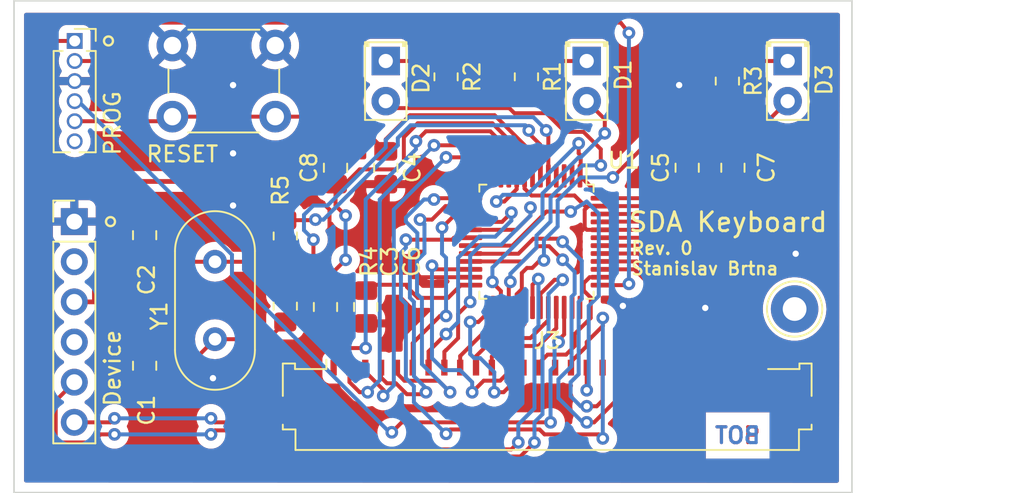
<source format=kicad_pcb>
(kicad_pcb (version 20211014) (generator pcbnew)
  (layers (0 "F.Cu" signal) (31 "B.Cu" signal) (34 "B.Paste" user) (35 "F.Paste" user) (36 "B.SilkS" user "B.Silkscreen") (37 "F.SilkS" user "F.Silkscreen") (38 "B.Mask" user) (39 "F.Mask" user) (44 "Edge.Cuts" user))
  (net 0 "")
  (net 1 "Net-(C1-Pad1)")
  (net 2 "GND")
  (net 3 "Net-(C2-Pad1)")
  (net 4 "+3.3V")
  (net 5 "RESET")
  (net 6 "Net-(D1-Pad1)")
  (net 7 "Led_01")
  (net 8 "Net-(D2-Pad1)")
  (net 9 "Led_02")
  (net 10 "Net-(D3-Pad1)")
  (net 11 "Led_03")
  (net 14 "Conn_Tx")
  (net 15 "Conn_RX")
  (net 16 "SWD_TCK")
  (net 17 "SWD_TMS")
  (net 19 "Kbd_01")
  (net 20 "Kbd_02")
  (net 21 "Kbd_03")
  (net 22 "Kbd_04")
  (net 23 "Kbd_05")
  (net 24 "Kbd_06")
  (net 25 "Kbd_07")
  (net 26 "Kbd_08")
  (net 27 "Kbd_09")
  (net 28 "Kbd_10")
  (net 29 "Kbd_11")
  (net 30 "Kbd_12")
  (net 31 "Kbd_13")
  (net 32 "Kbd_14")
  (net 33 "Kbd_15")
  (net 34 "Kbd_16")
  (net 35 "Kbd_17")
  (net 36 "Kbd_18")
  (net 37 "Kbd_19")
  (net 38 "Kbd_20")
  (net 39 "Kbd_21")
  (net 40 "Kbd_22")
  (net 41 "Kbd_23")
  (net 42 "Kbd_24")
  (net 43 "Kbd_25")
  (net 44 "Net-(R4-Pad1)")
  (net 45 "Net-(R5-Pad1)")
  (footprint "Capacitor_SMD:C_0805_2012Metric_Pad1.18x1.45mm_HandSolder" (layer "F.Cu") (at 133.985 74.0625 90)
    (fp_text reference "C8")
    (fp_text value "1u")
  )
  (footprint "Package_QFP:LQFP-48_7x7mm_P0.5mm" (layer "F.Cu") (at 146.685 78.74 -90)
    (fp_text reference "U1")
    (fp_text value "STM32F051C8Tx")
  )
  (footprint "Crystal:Crystal_HC18-U_Vertical" (layer "F.Cu") (at 126.365 84.91 90)
    (fp_text reference "Y1")
    (fp_text value "Crystal")
  )
  (footprint "LED_THT:LED_D2.0mm_W4.8mm_H2.5mm_FlatTop" (layer "F.Cu") (at 137.16 67.31 -90)
    (fp_text reference "D2")
    (fp_text value "LED")
  )
  (footprint "Connector_PinSocket_1.27mm:PinSocket_1x06_P1.27mm_Vertical" (layer "F.Cu") (at 117.5 66.04)
    (fp_text reference "PROG")
    (fp_text value "Prog")
  )
  (footprint "TestPoint:TestPoint_THTPad_D3.0mm_Drill1.5mm" (layer "F.Cu") (at 163 83)
    (fp_text reference "REF**" hide)
    (fp_text value "TestPoint_THTPad_D3.0mm_Drill1.5mm")
  )
  (footprint "Capacitor_SMD:C_0805_2012Metric_Pad1.18x1.45mm_HandSolder" (layer "F.Cu") (at 133.35 82.8725 -90)
    (fp_text reference "C3")
    (fp_text value "100n")
  )
  (footprint "Resistor_SMD:R_0805_2012Metric_Pad1.20x1.40mm_HandSolder" (layer "F.Cu") (at 140.97 68.31 -90)
    (fp_text reference "R2")
    (fp_text value "R")
  )
  (footprint "LED_THT:LED_D2.0mm_W4.8mm_H2.5mm_FlatTop" (layer "F.Cu") (at 162.56 67.31 -90)
    (fp_text reference "D3")
    (fp_text value "LED")
  )
  (footprint "Capacitor_SMD:C_0805_2012Metric_Pad1.18x1.45mm_HandSolder" (layer "F.Cu") (at 156.21 74.0625 90)
    (fp_text reference "C5")
    (fp_text value "100n")
  )
  (footprint "Button_Switch_THT:SW_PUSH_6mm_H9.5mm" (layer "F.Cu") (at 123.675 66.33)
    (fp_text reference "RESET")
    (fp_text value "RESET")
  )
  (footprint "Connector_PinHeader_2.54mm:PinHeader_1x06_P2.54mm_Vertical" (layer "F.Cu") (at 117.475 77.47)
    (fp_text reference "Device")
    (fp_text value "Device_conn")
  )
  (footprint "Capacitor_SMD:C_0805_2012Metric_Pad1.18x1.45mm_HandSolder" (layer "F.Cu") (at 137.16 74.0625 -90)
    (fp_text reference "C4")
    (fp_text value "100n")
  )
  (footprint "Connector_FFC-FPC:Molex_200528-0280_1x28-1MP_P1.00mm_Horizontal" (layer "F.Cu") (at 147.364 87.618)
    (fp_text reference "J3")
    (fp_text value "Conn_01x28")
  )
  (footprint "Capacitor_SMD:C_0805_2012Metric" (layer "F.Cu") (at 121.92 78.33 90)
    (fp_text reference "C2")
    (fp_text value "C")
  )
  (footprint "Capacitor_SMD:C_0805_2012Metric_Pad1.18x1.45mm_HandSolder" (layer "F.Cu") (at 159.1 74.0625 90)
    (fp_text reference "C7")
    (fp_text value "4.7u")
  )
  (footprint "LED_THT:LED_D2.0mm_W4.8mm_H2.5mm_FlatTop" (layer "F.Cu") (at 149.86 67.31 -90)
    (fp_text reference "D1")
    (fp_text value "LED")
  )
  (footprint "Capacitor_SMD:C_0805_2012Metric_Pad1.18x1.45mm_HandSolder" (layer "F.Cu") (at 135.89 82.8725 -90)
    (fp_text reference "C6")
    (fp_text value "10n")
  )
  (footprint "Resistor_SMD:R_0805_2012Metric_Pad1.20x1.40mm_HandSolder" (layer "F.Cu") (at 158.75 68.58 -90)
    (fp_text reference "R3")
    (fp_text value "R")
  )
  (footprint "Resistor_SMD:R_0805_2012Metric_Pad1.20x1.40mm_HandSolder" (layer "F.Cu") (at 130.81 82.82 -90)
    (fp_text reference "R4")
    (fp_text value "R")
  )
  (footprint "Resistor_SMD:R_0805_2012Metric_Pad1.20x1.40mm_HandSolder" (layer "F.Cu") (at 146.05 68.31 -90)
    (fp_text reference "R1")
    (fp_text value "R")
  )
  (footprint "Resistor_SMD:R_0805_2012Metric_Pad1.20x1.40mm_HandSolder" (layer "F.Cu") (at 130.81 78.38 -90)
    (fp_text reference "R5")
    (fp_text value "R")
  )
  (footprint "Capacitor_SMD:C_0805_2012Metric" (layer "F.Cu") (at 121.92 86.59 90)
    (fp_text reference "C1")
    (fp_text value "C")
  )
  (gr_circle (center 119.761 77.47) (end 119.888 77.724) (layer "F.SilkS") (width 0.15) (fill none))
  (gr_circle (center 119.634 66.04) (end 119.761 66.294) (layer "F.SilkS") (width 0.15) (fill none))
  (gr_line (start 166.624 63.5) (end 166.624 94.615) (layer "Edge.Cuts") (width 0.1))
  (gr_line (start 113.665 63.5) (end 166.624 63.5) (layer "Edge.Cuts") (width 0.1))
  (gr_line (start 113.665 94.615) (end 113.665 63.5) (layer "Edge.Cuts") (width 0.1))
  (gr_line (start 166.624 94.615) (end 113.665 94.615) (layer "Edge.Cuts") (width 0.1))
  (gr_text "TOP" (at 159.4 91) (layer "F.Cu") (effects (font (size 1 1) (thickness 0.2))))
  (gr_text "BOT" (at 159.4 91) (layer "B.Cu") (effects (font (size 1 1) (thickness 0.2)) (justify mirror)))
  (gr_text "Rev. 0\nStanislav Brtna" (at 152.6 79.8) (layer "F.SilkS") (effects (font (size 0.8 0.8)) (justify left)))
  (gr_text "SDA Keyboard\n" (at 158.8 77.5) (layer "F.SilkS") (effects (font (size 1.2 1.2) (thickness 0.18))))
  (segment (start 129.72 84.91) (end 130.81 83.82) (width 0.25) (layer "F.Cu") (net 1))
  (segment (start 123.735 87.54) (end 126.365 84.91) (width 0.25) (layer "F.Cu") (net 1))
  (segment (start 121.92 87.54) (end 123.735 87.54) (width 0.25) (layer "F.Cu") (net 1))
  (segment (start 126.365 84.91) (end 129.72 84.91) (width 0.25) (layer "F.Cu") (net 1))
  (segment (start 136.144 78.232) (end 134.239 78.232) (width 0.25) (layer "F.Cu") (net 2))
  (segment (start 124.841 76.454) (end 127.508 76.454) (width 0.25) (layer "F.Cu") (net 2))
  (segment (start 121.92 77.38) (end 123.915 77.38) (width 0.25) (layer "F.Cu") (net 2))
  (segment (start 138.902 80.99) (end 136.652 78.74) (width 0.25) (layer "F.Cu") (net 2))
  (segment (start 117.5 68.58) (end 121.425 68.58) (width 0.25) (layer "F.Cu") (net 2))
  (segment (start 146.373315 75.819) (end 149.089 75.819) (width 0.25) (layer "F.Cu") (net 2))
  (segment (start 136.652 78.74) (end 136.144 78.232) (width 0.25) (layer "F.Cu") (net 2))
  (segment (start 149.733 77.851) (end 149.733 76.717) (width 0.25) (layer "F.Cu") (net 2))
  (segment (start 150.8475 76.49) (end 149.96 76.49) (width 0.25) (layer "F.Cu") (net 2))
  (segment (start 149.86 76.59) (end 149.733 76.717) (width 0.25) (layer "F.Cu") (net 2))
  (segment (start 133.604 76.708) (end 133.096 76.2) (width 0.25) (layer "F.Cu") (net 2))
  (segment (start 149.089 75.819) (end 149.86 76.59) (width 0.25) (layer "F.Cu") (net 2))
  (segment (start 140.97 69.31) (end 146.05 69.31) (width 0.25) (layer "F.Cu") (net 2))
  (segment (start 142.5225 80.99) (end 138.902 80.99) (width 0.25) (layer "F.Cu") (net 2))
  (segment (start 145.935 74.5775) (end 145.935 75.380685) (width 0.25) (layer "F.Cu") (net 2))
  (segment (start 145.935 75.380685) (end 146.373315 75.819) (width 0.25) (layer "F.Cu") (net 2))
  (segment (start 150.8475 77.99) (end 149.872 77.99) (width 0.25) (layer "F.Cu") (net 2))
  (segment (start 149.96 76.49) (end 149.86 76.59) (width 0.25) (layer "F.Cu") (net 2))
  (segment (start 123.915 77.38) (end 124.333 76.962) (width 0.25) (layer "F.Cu") (net 2))
  (segment (start 121.425 68.58) (end 123.675 66.33) (width 0.25) (layer "F.Cu") (net 2))
  (segment (start 133.604 77.807305) (end 133.604 76.708) (width 0.25) (layer "F.Cu") (net 2))
  (segment (start 149.872 77.99) (end 149.733 77.851) (width 0.25) (layer "F.Cu") (net 2))
  (segment (start 134.239 78.232) (end 134.028695 78.232) (width 0.25) (layer "F.Cu") (net 2))
  (segment (start 134.028695 78.232) (end 133.604 77.807305) (width 0.25) (layer "F.Cu") (net 2))
  (segment (start 150.8475 77.99) (end 154.444 77.99) (width 0.25) (layer "F.Cu") (net 2))
  (segment (start 158.151 76.49) (end 158.242 76.581) (width 0.25) (layer "F.Cu") (net 2))
  (segment (start 154.444 77.99) (end 155.194 78.74) (width 0.25) (layer "F.Cu") (net 2))
  (segment (start 150.8475 76.49) (end 158.151 76.49) (width 0.25) (layer "F.Cu") (net 2))
  (segment (start 124.333 76.962) (end 124.841 76.454) (width 0.25) (layer "F.Cu") (net 2))
  (via (at 152.146 82.804) (size 0.8) (drill 0.4) (layers "F.Cu" "B.Cu") (net 2))
  (via (at 127.508 68.834) (size 0.8) (drill 0.4) (layers "F.Cu" "B.Cu") (net 2))
  (via (at 157.353 82.931) (size 0.8) (drill 0.4) (layers "F.Cu" "B.Cu") (net 2))
  (via (at 126.238 87.376) (size 0.8) (drill 0.4) (layers "F.Cu" "B.Cu") (net 2))
  (via (at 127.508 76.454) (size 0.8) (drill 0.4) (layers "F.Cu" "B.Cu") (net 2))
  (via (at 127.508 73.152) (size 0.8) (drill 0.4) (layers "F.Cu" "B.Cu") (net 2))
  (via (at 155.702 68.834) (size 0.8) (drill 0.4) (layers "F.Cu" "B.Cu") (net 2))
  (via (at 163.068 79.502) (size 0.8) (drill 0.4) (layers "F.Cu" "B.Cu") (net 2))
  (segment (start 127.508 73.152) (end 127.508 76.454) (width 0.25) (layer "B.Cu") (net 2))
  (segment (start 121.92 79.28) (end 122.65 80.01) (width 0.25) (layer "F.Cu") (net 3))
  (segment (start 126.365 80.01) (end 130.18 80.01) (width 0.25) (layer "F.Cu") (net 3))
  (segment (start 130.18 80.01) (end 130.81 79.38) (width 0.25) (layer "F.Cu") (net 3))
  (segment (start 122.65 80.01) (end 126.365 80.01) (width 0.25) (layer "F.Cu") (net 3))
  (segment (start 138.499 81.603) (end 138.499 81.465) (width 0.25) (layer "F.Cu") (net 4))
  (segment (start 141.097 82.296) (end 139.192 82.296) (width 0.25) (layer "F.Cu") (net 4))
  (segment (start 121.285 74.93) (end 133.815 74.93) (width 0.3) (layer "F.Cu") (net 4))
  (segment (start 139.192 82.296) (end 138.499 81.603) (width 0.25) (layer "F.Cu") (net 4))
  (segment (start 136.26 81.465) (end 135.89 81.835) (width 0.25) (layer "F.Cu") (net 4))
  (segment (start 115.443 74.168) (end 116.332 75.057) (width 0.25) (layer "F.Cu") (net 4))
  (segment (start 118.745 82.55) (end 117.475 82.55) (width 0.3) (layer "F.Cu") (net 4))
  (segment (start 142.5225 81.49) (end 141.903 81.49) (width 0.25) (layer "F.Cu") (net 4))
  (segment (start 149.435 74.5775) (end 150.8475 75.99) (width 0.25) (layer "F.Cu") (net 4))
  (segment (start 144.653 76.2) (end 145.435 75.418) (width 0.25) (layer "F.Cu") (net 4))
  (segment (start 117.5 66.04) (end 116.205 66.04) (width 0.25) (layer "F.Cu") (net 4))
  (segment (start 137.795 74.168) (end 138.303 73.66) (width 0.25) (layer "F.Cu") (net 4))
  (segment (start 120.015 79.685) (end 118.745 80.955) (width 0.3) (layer "F.Cu") (net 4))
  (segment (start 118.745 80.955) (end 118.745 82.55) (width 0.3) (layer "F.Cu") (net 4))
  (segment (start 145.435 72.788208) (end 145.435 74.5775) (width 0.25) (layer "F.Cu") (net 4))
  (segment (start 133.35 81.153) (end 134.62 79.883) (width 0.25) (layer "F.Cu") (net 4))
  (segment (start 138.303 72.126695) (end 139.182695 71.247) (width 0.25) (layer "F.Cu") (net 4))
  (segment (start 156.21 75.1) (end 159.385 75.1) (width 0.25) (layer "F.Cu") (net 4))
  (segment (start 116.332 75.057) (end 121.158 75.057) (width 0.25) (layer "F.Cu") (net 4))
  (segment (start 134.577 75.1) (end 135.509 74.168) (width 0.25) (layer "F.Cu") (net 4))
  (segment (start 149.352 72.517) (end 149.352 73.152) (width 0.25) (layer "F.Cu") (net 4))
  (segment (start 144.145 76.2) (end 144.653 76.2) (width 0.25) (layer "F.Cu") (net 4))
  (segment (start 145.435 75.418) (end 145.435 74.5775) (width 0.25) (layer "F.Cu") (net 4))
  (segment (start 141.903 81.49) (end 141.097 82.296) (width 0.25) (layer "F.Cu") (net 4))
  (segment (start 138.303 73.66) (end 138.303 72.126695) (width 0.25) (layer "F.Cu") (net 4))
  (segment (start 139.182695 71.247) (end 143.893792 71.247) (width 0.25) (layer "F.Cu") (net 4))
  (segment (start 155.32 75.99) (end 156.21 75.1) (width 0.25) (layer "F.Cu") (net 4))
  (segment (start 133.35 81.835) (end 133.35 81.153) (width 0.25) (layer "F.Cu") (net 4))
  (segment (start 133.985 75.1) (end 133.985 76.454) (width 0.25) (layer "F.Cu") (net 4))
  (segment (start 120.015 76.2) (end 120.015 79.685) (width 0.3) (layer "F.Cu") (net 4))
  (segment (start 135.509 74.168) (end 137.795 74.168) (width 0.25) (layer "F.Cu") (net 4))
  (segment (start 115.443 66.802) (end 115.443 74.168) (width 0.25) (layer "F.Cu") (net 4))
  (segment (start 150.8475 75.99) (end 155.32 75.99) (width 0.25) (layer "F.Cu") (net 4))
  (segment (start 133.815 74.93) (end 133.985 75.1) (width 0.25) (layer "F.Cu") (net 4))
  (segment (start 149.479 74.5335) (end 149.435 74.5775) (width 0.25) (layer "F.Cu") (net 4))
  (segment (start 133.35 81.835) (end 135.89 81.835) (width 0.25) (layer "F.Cu") (net 4))
  (segment (start 149.352 73.152) (end 149.479 73.279) (width 0.25) (layer "F.Cu") (net 4))
  (segment (start 121.158 75.057) (end 121.285 74.93) (width 0.3) (layer "F.Cu") (net 4))
  (segment (start 133.985 75.1) (end 134.577 75.1) (width 0.25) (layer "F.Cu") (net 4))
  (segment (start 143.893792 71.247) (end 145.435 72.788208) (width 0.25) (layer "F.Cu") (net 4))
  (segment (start 133.985 76.454) (end 134.62 77.089) (width 0.25) (layer "F.Cu") (net 4))
  (segment (start 116.205 66.04) (end 115.443 66.802) (width 0.25) (layer "F.Cu") (net 4))
  (segment (start 138.499 81.465) (end 136.26 81.465) (width 0.25) (layer "F.Cu") (net 4))
  (segment (start 121.158 75.057) (end 120.015 76.2) (width 0.3) (layer "F.Cu") (net 4))
  (segment (start 149.479 73.279) (end 149.479 74.5335) (width 0.25) (layer "F.Cu") (net 4))
  (via (at 144.145 76.2) (size 0.8) (drill 0.4) (layers "F.Cu" "B.Cu") (net 4))
  (via (at 134.62 79.883) (size 0.8) (drill 0.4) (layers "F.Cu" "B.Cu") (net 4))
  (via (at 134.62 77.089) (size 0.8) (drill 0.4) (layers "F.Cu" "B.Cu") (net 4))
  (via (at 149.352 72.517) (size 0.8) (drill 0.4) (layers "F.Cu" "B.Cu") (net 4))
  (segment (start 144.145 76.2) (end 144.5725 75.7725) (width 0.25) (layer "B.Cu") (net 4))
  (segment (start 146.0965 75.7725) (end 149.352 72.517) (width 0.25) (layer "B.Cu") (net 4))
  (segment (start 134.62 77.089) (end 134.62 79.883) (width 0.25) (layer "B.Cu") (net 4))
  (segment (start 144.5725 75.7725) (end 146.0965 75.7725) (width 0.25) (layer "B.Cu") (net 4))
  (segment (start 137.16 72.263) (end 138.684 70.739) (width 0.25) (layer "F.Cu") (net 5))
  (segment (start 134.965 70.83) (end 130.175 70.83) (width 0.25) (layer "F.Cu") (net 5))
  (segment (start 123.675 70.83) (end 130.175 70.83) (width 0.25) (layer "F.Cu") (net 5))
  (segment (start 117.5 71.12) (end 123.385 71.12) (width 0.25) (layer "F.Cu") (net 5))
  (segment (start 137.16 73.025) (end 134.965 70.83) (width 0.25) (layer "F.Cu") (net 5))
  (segment (start 144.039 70.739) (end 146.435 73.135) (width 0.25) (layer "F.Cu") (net 5))
  (segment (start 146.435 73.135) (end 146.435 74.5775) (width 0.25) (layer "F.Cu") (net 5))
  (segment (start 138.684 70.739) (end 144.039 70.739) (width 0.25) (layer "F.Cu") (net 5))
  (segment (start 137.16 73.025) (end 137.16 72.263) (width 0.25) (layer "F.Cu") (net 5))
  (segment (start 123.385 71.12) (end 123.675 70.83) (width 0.25) (layer "F.Cu") (net 5))
  (segment (start 146.05 67.31) (end 149.86 67.31) (width 0.25) (layer "F.Cu") (net 6))
  (segment (start 151.003 71.882) (end 151.003 70.993) (width 0.25) (layer "F.Cu") (net 7))
  (segment (start 151.003 70.993) (end 149.86 69.85) (width 0.25) (layer "F.Cu") (net 7))
  (segment (start 144.435 81.86) (end 143.764 81.189) (width 0.25) (layer "F.Cu") (net 7))
  (segment (start 144.435 82.9025) (end 144.435 81.86) (width 0.25) (layer "F.Cu") (net 7))
  (via (at 143.9 81.28) (size 0.8) (drill 0.4) (layers "F.Cu" "B.Cu") (net 7))
  (via (at 151.003 71.882) (size 0.8) (drill 0.4) (layers "F.Cu" "B.Cu") (net 7))
  (segment (start 150.368 72.517) (end 151.003 71.882) (width 0.25) (layer "B.Cu") (net 7))
  (segment (start 143.9 80.382) (end 147.066 77.216) (width 0.25) (layer "B.Cu") (net 7))
  (segment (start 149.488305 73.406) (end 150.368 72.526305) (width 0.25) (layer "B.Cu") (net 7))
  (segment (start 143.9 80.382) (end 143.9 81.28) (width 0.25) (layer "B.Cu") (net 7))
  (segment (start 150.368 72.526305) (end 150.368 72.517) (width 0.25) (layer "B.Cu") (net 7))
  (segment (start 147.066 75.692) (end 149.352 73.406) (width 0.25) (layer "B.Cu") (net 7))
  (segment (start 149.352 73.406) (end 149.488305 73.406) (width 0.25) (layer "B.Cu") (net 7))
  (segment (start 147.066 77.216) (end 147.066 75.692) (width 0.25) (layer "B.Cu") (net 7))
  (segment (start 137.16 67.31) (end 140.97 67.31) (width 0.25) (layer "F.Cu") (net 8))
  (segment (start 147.38893 70.68893) (end 148.492 71.792) (width 0.25) (layer "F.Cu") (net 9))
  (segment (start 144.935 82.9025) (end 144.935 81.379) (width 0.25) (layer "F.Cu") (net 9))
  (segment (start 137.16 69.85) (end 137.598846 70.288846) (width 0.25) (layer "F.Cu") (net 9))
  (segment (start 137.598846 70.288846) (end 144.906917 70.288846) (width 0.25) (layer "F.Cu") (net 9))
  (segment (start 145.288928 70.61107) (end 147.38893 70.61107) (width 0.25) (layer "F.Cu") (net 9))
  (segment (start 144.935 81.379) (end 145.034 81.28) (width 0.25) (layer "F.Cu") (net 9))
  (segment (start 149.652306 71.792) (end 150.749 72.888695) (width 0.25) (layer "F.Cu") (net 9))
  (segment (start 144.906917 70.288846) (end 144.965852 70.288775) (width 0.25) (layer "F.Cu") (net 9))
  (segment (start 147.38893 70.61107) (end 147.38893 70.68893) (width 0.25) (layer "F.Cu") (net 9))
  (segment (start 148.492 71.792) (end 149.652306 71.792) (width 0.25) (layer "F.Cu") (net 9))
  (segment (start 150.749 72.888695) (end 150.749 73.914) (width 0.25) (layer "F.Cu") (net 9))
  (segment (start 144.965852 70.288775) (end 145.288928 70.61107) (width 0.25) (layer "F.Cu") (net 9))
  (via (at 145.034 81.28) (size 0.8) (drill 0.4) (layers "F.Cu" "B.Cu") (net 9))
  (via (at 150.749 73.914) (size 0.8) (drill 0.4) (layers "F.Cu" "B.Cu") (net 9))
  (segment (start 147.574 77.47) (end 146.685 78.359) (width 0.25) (layer "B.Cu") (net 9))
  (segment (start 150.749 73.914) (end 149.606 73.914) (width 0.25) (layer "B.Cu") (net 9))
  (segment (start 147.574 75.946) (end 147.574 77.47) (width 0.25) (layer "B.Cu") (net 9))
  (segment (start 149.606 73.914) (end 147.574 75.946) (width 0.25) (layer "B.Cu") (net 9))
  (segment (start 146.685 78.359) (end 146.685 79.121) (width 0.25) (layer "B.Cu") (net 9))
  (segment (start 145.034 80.772) (end 145.034 81.28) (width 0.25) (layer "B.Cu") (net 9))
  (segment (start 146.685 79.121) (end 145.034 80.772) (width 0.25) (layer "B.Cu") (net 9))
  (segment (start 158.75 67.58) (end 159.02 67.31) (width 0.25) (layer "F.Cu") (net 10))
  (segment (start 159.02 67.31) (end 162.56 67.31) (width 0.25) (layer "F.Cu") (net 10))
  (segment (start 145.759 81.741) (end 145.435 82.065) (width 0.25) (layer "F.Cu") (net 11))
  (segment (start 151.511 74.676) (end 154.559 71.628) (width 0.25) (layer "F.Cu") (net 11))
  (segment (start 146.902 79.92) (end 146.420709 80.401291) (width 0.25) (layer "F.Cu") (net 11))
  (segment (start 154.559 71.628) (end 160.782 71.628) (width 0.25) (layer "F.Cu") (net 11))
  (segment (start 147.156 79.92) (end 146.902 79.92) (width 0.25) (layer "F.Cu") (net 11))
  (segment (start 145.759 80.722) (end 145.759 81.741) (width 0.25) (layer "F.Cu") (net 11))
  (segment (start 146.079709 80.401291) (end 145.759 80.722) (width 0.25) (layer "F.Cu") (net 11))
  (segment (start 146.420709 80.401291) (end 146.079709 80.401291) (width 0.25) (layer "F.Cu") (net 11))
  (segment (start 145.435 82.065) (end 145.435 82.9025) (width 0.25) (layer "F.Cu") (net 11))
  (segment (start 160.782 71.628) (end 162.56 69.85) (width 0.25) (layer "F.Cu") (net 11))
  (via (at 147.156 79.92) (size 0.8) (drill 0.4) (layers "F.Cu" "B.Cu") (net 11))
  (via (at 151.511 74.676) (size 0.8) (drill 0.4) (layers "F.Cu" "B.Cu") (net 11))
  (segment (start 148.024 76.132396) (end 149.480396 74.676) (width 0.25) (layer "B.Cu") (net 11))
  (segment (start 147.156 79.92) (end 147.156 78.65) (width 0.25) (layer "B.Cu") (net 11))
  (segment (start 149.480396 74.676) (end 151.511 74.676) (width 0.25) (layer "B.Cu") (net 11))
  (segment (start 148.024 77.782) (end 148.024 76.132396) (width 0.25) (layer "B.Cu") (net 11))
  (segment (start 147.156 78.65) (end 148.024 77.782) (width 0.25) (layer "B.Cu") (net 11))
  (segment (start 128.651 90.678) (end 126.365 90.678) (width 0.25) (layer "F.Cu") (net 14))
  (segment (start 126.365 90.678) (end 126.111 90.932) (width 0.25) (layer "F.Cu") (net 14))
  (segment (start 148.336 81.153) (end 147.828 81.153) (width 0.25) (layer "F.Cu") (net 14))
  (segment (start 145.669 92.329) (end 146.558 91.44) (width 0.25) (layer "F.Cu") (net 14))
  (segment (start 116.3 88.805) (end 116.3 91.408) (width 0.25) (layer "F.Cu") (net 14))
  (segment (start 120.015 90.932) (end 119.126 90.932) (width 0.25) (layer "F.Cu") (net 14))
  (segment (start 128.651 90.678) (end 130.302 92.329) (width 0.25) (layer "F.Cu") (net 14))
  (segment (start 116.3 91.408) (end 116.332 91.44) (width 0.25) (layer "F.Cu") (net 14))
  (segment (start 130.302 92.329) (end 145.669 92.329) (width 0.25) (layer "F.Cu") (net 14))
  (segment (start 116.332 91.44) (end 118.618 91.44) (width 0.25) (layer "F.Cu") (net 14))
  (segment (start 147.828 81.153) (end 146.935 82.046) (width 0.25) (layer "F.Cu") (net 14))
  (segment (start 117.475 87.63) (end 116.3 88.805) (width 0.25) (layer "F.Cu") (net 14))
  (segment (start 118.618 91.44) (end 119.126 90.932) (width 0.25) (layer "F.Cu") (net 14))
  (segment (start 146.935 82.046) (end 146.935 82.9025) (width 0.25) (layer "F.Cu") (net 14))
  (via (at 120.015 90.932) (size 0.8) (drill 0.4) (layers "F.Cu" "B.Cu") (net 14))
  (via (at 148.336 81.153) (size 0.8) (drill 0.4) (layers "F.Cu" "B.Cu") (net 14))
  (via (at 146.558 91.44) (size 0.8) (drill 0.4) (layers "F.Cu" "B.Cu") (net 14))
  (via (at 126.111 90.932) (size 0.8) (drill 0.4) (layers "F.Cu" "B.Cu") (net 14))
  (segment (start 147.066 84.953695) (end 147.066 89.652695) (width 0.25) (layer "B.Cu") (net 14))
  (segment (start 147.447 84.572695) (end 147.447 82.042) (width 0.25) (layer "B.Cu") (net 14))
  (segment (start 147.447 82.042) (end 148.336 81.153) (width 0.25) (layer "B.Cu") (net 14))
  (segment (start 146.558 90.160695) (end 146.558 91.44) (width 0.25) (layer "B.Cu") (net 14))
  (segment (start 147.447 84.572695) (end 147.066 84.953695) (width 0.25) (layer "B.Cu") (net 14))
  (segment (start 126.111 90.932) (end 120.015 90.932) (width 0.25) (layer "B.Cu") (net 14))
  (segment (start 147.066 89.652695) (end 146.558 90.160695) (width 0.25) (layer "B.Cu") (net 14))
  (segment (start 119.761 90.17) (end 120.015 89.916) (width 0.25) (layer "F.Cu") (net 15))
  (segment (start 130.614 91.879) (end 145.094402 91.879) (width 0.25) (layer "F.Cu") (net 15))
  (segment (start 117.475 90.17) (end 119.761 90.17) (width 0.25) (layer "F.Cu") (net 15))
  (segment (start 128.905 90.17) (end 130.614 91.879) (width 0.25) (layer "F.Cu") (net 15))
  (segment (start 126.365 90.17) (end 128.905 90.17) (width 0.25) (layer "F.Cu") (net 15))
  (segment (start 145.094402 91.879) (end 145.537701 91.435701) (width 0.25) (layer "F.Cu") (net 15))
  (segment (start 146.435 82.9025) (end 146.435 81.465) (width 0.25) (layer "F.Cu") (net 15))
  (segment (start 146.435 81.465) (end 146.8 81.1) (width 0.25) (layer "F.Cu") (net 15))
  (segment (start 126.365 90.17) (end 126.111 89.916) (width 0.25) (layer "F.Cu") (net 15))
  (via (at 146.8 81.1) (size 0.8) (drill 0.4) (layers "F.Cu" "B.Cu") (net 15))
  (via (at 120.015 89.916) (size 0.8) (drill 0.4) (layers "F.Cu" "B.Cu") (net 15))
  (via (at 145.537701 91.435701) (size 0.8) (drill 0.4) (layers "F.Cu" "B.Cu") (net 15))
  (via (at 126.111 89.916) (size 0.8) (drill 0.4) (layers "F.Cu" "B.Cu") (net 15))
  (segment (start 146.558 84.328) (end 146.812 84.074) (width 0.25) (layer "B.Cu") (net 15))
  (segment (start 146.812 81.112) (end 146.8 81.1) (width 0.25) (layer "B.Cu") (net 15))
  (segment (start 120.015 89.916) (end 126.111 89.916) (width 0.25) (layer "B.Cu") (net 15))
  (segment (start 145.537701 90.301299) (end 146.558 89.281) (width 0.25) (layer "B.Cu") (net 15))
  (segment (start 146.812 84.074) (end 146.812 81.112) (width 0.25) (layer "B.Cu") (net 15))
  (segment (start 146.558 89.281) (end 146.558 84.328) (width 0.25) (layer "B.Cu") (net 15))
  (segment (start 145.537701 91.435701) (end 145.537701 90.301299) (width 0.25) (layer "B.Cu") (net 15))
  (segment (start 150.8475 81.49) (end 152.444 81.49) (width 0.25) (layer "F.Cu") (net 16))
  (segment (start 152.527 65.532) (end 152.004053 64.882053) (width 0.25) (layer "F.Cu") (net 16))
  (segment (start 120.396 67.31) (end 117.5 67.31) (width 0.25) (layer "F.Cu") (net 16))
  (segment (start 152.004053 64.882053) (end 122.823947 64.882053) (width 0.25) (layer "F.Cu") (net 16))
  (segment (start 122.823947 64.882053) (end 120.396 67.31) (width 0.25) (layer "F.Cu") (net 16))
  (segment (start 152.444 81.49) (end 152.527 81.407) (width 0.25) (layer "F.Cu") (net 16))
  (via (at 152.527 81.407) (size 0.8) (drill 0.4) (layers "F.Cu" "B.Cu") (net 16))
  (via (at 152.527 65.532) (size 0.8) (drill 0.4) (layers "F.Cu" "B.Cu") (net 16))
  (segment (start 152.527 81.407) (end 152.527 65.532) (width 0.25) (layer "B.Cu") (net 16))
  (segment (start 148.435 82.9025) (end 148.435 84.61) (width 0.25) (layer "F.Cu") (net 17))
  (segment (start 138.171 90.17) (end 137.541 90.8) (width 0.25) (layer "F.Cu") (net 17))
  (segment (start 148.435 84.61) (end 147.828 85.217) (width 0.25) (layer "F.Cu") (net 17))
  (segment (start 147.574 90.17) (end 138.171 90.17) (width 0.25) (layer "F.Cu") (net 17))
  (via (at 137.541 90.8) (size 0.8) (drill 0.4) (layers "F.Cu" "B.Cu") (net 17))
  (via (at 147.574 90.17) (size 0.8) (drill 0.4) (layers "F.Cu" "B.Cu") (net 17))
  (via (at 148.082 85.09) (size 0.8) (drill 0.4) (layers "F.Cu" "B.Cu") (net 17))
  (segment (start 127.44 79.56472) (end 127.44 80.840305) (width 0.25) (layer "B.Cu") (net 17))
  (segment (start 117.5 69.85) (end 117.72528 69.85) (width 0.25) (layer "B.Cu") (net 17))
  (segment (start 147.574 86.877305) (end 147.574 90.17) (width 0.25) (layer "B.Cu") (net 17))
  (segment (start 147.828 85.217) (end 147.828 86.623305) (width 0.25) (layer "B.Cu") (net 17))
  (segment (start 117.72528 69.85) (end 127.44 79.56472) (width 0.25) (layer "B.Cu") (net 17))
  (segment (start 137.399694 90.8) (end 137.541 90.8) (width 0.25) (layer "B.Cu") (net 17))
  (segment (start 127.44 80.840305) (end 137.399694 90.8) (width 0.25) (layer "B.Cu") (net 17))
  (segment (start 147.828 86.623305) (end 147.574 86.877305) (width 0.25) (layer "B.Cu") (net 17))
  (segment (start 144.935 72.924604) (end 144.935 74.5775) (width 0.25) (layer "F.Cu") (net 19))
  (segment (start 133.864 86.708) (end 133.864 86.354) (width 0.25) (layer "F.Cu") (net 19))
  (segment (start 139.7 71.755) (end 143.765396 71.755) (width 0.25) (layer "F.Cu") (net 19))
  (segment (start 143.765396 71.755) (end 144.935 72.924604) (width 0.25) (layer "F.Cu") (net 19))
  (segment (start 133.864 86.354) (end 134.747 85.471) (width 0.25) (layer "F.Cu") (net 19))
  (segment (start 139.065 72.39) (end 139.7 71.755) (width 0.25) (layer "F.Cu") (net 19))
  (segment (start 134.747 85.471) (end 135.89 85.471) (width 0.25) (layer "F.Cu") (net 19))
  (via (at 135.89 85.471) (size 0.8) (drill 0.4) (layers "F.Cu" "B.Cu") (net 19))
  (via (at 139.065 72.39) (size 0.8) (drill 0.4) (layers "F.Cu" "B.Cu") (net 19))
  (segment (start 135.89 76.073) (end 139.065 72.898) (width 0.25) (layer "B.Cu") (net 19))
  (segment (start 139.065 72.898) (end 139.065 72.39) (width 0.25) (layer "B.Cu") (net 19))
  (segment (start 135.89 85.471) (end 135.89 76.073) (width 0.25) (layer "B.Cu") (net 19))
  (segment (start 144.435 74.5775) (end 144.435 73.061) (width 0.25) (layer "F.Cu") (net 20))
  (segment (start 135.509 88.265) (end 134.864 87.62) (width 0.25) (layer "F.Cu") (net 20))
  (segment (start 144.435 73.061) (end 144.018 72.644) (width 0.25) (layer "F.Cu") (net 20))
  (segment (start 136.017 88.265) (end 135.509 88.265) (width 0.25) (layer "F.Cu") (net 20))
  (segment (start 134.864 87.62) (end 134.864 86.708) (width 0.25) (layer "F.Cu") (net 20))
  (segment (start 144.018 72.644) (end 140.208 72.644) (width 0.25) (layer "F.Cu") (net 20))
  (via (at 140.208 72.644) (size 0.8) (drill 0.4) (layers "F.Cu" "B.Cu") (net 20))
  (via (at 136.017 88.265) (size 0.8) (drill 0.4) (layers "F.Cu" "B.Cu") (net 20))
  (segment (start 136.017 88.265) (end 136.779 87.503) (width 0.25) (layer "B.Cu") (net 20))
  (segment (start 136.779 87.503) (end 136.779 76.073) (width 0.25) (layer "B.Cu") (net 20))
  (segment (start 136.779 76.073) (end 140.208 72.644) (width 0.25) (layer "B.Cu") (net 20))
  (segment (start 137 88.5) (end 137 88.171) (width 0.25) (layer "F.Cu") (net 21))
  (segment (start 143.51 73.406) (end 140.97 73.406) (width 0.25) (layer "F.Cu") (net 21))
  (segment (start 137.033 88.138) (end 135.864 86.969) (width 0.25) (layer "F.Cu") (net 21))
  (segment (start 135.864 86.969) (end 135.864 86.708) (width 0.25) (layer "F.Cu") (net 21))
  (segment (start 137 88.171) (end 137.033 88.138) (width 0.25) (layer "F.Cu") (net 21))
  (segment (start 143.935 73.831) (end 143.51 73.406) (width 0.25) (layer "F.Cu") (net 21))
  (segment (start 143.935 74.5775) (end 143.935 73.831) (width 0.25) (layer "F.Cu") (net 21))
  (via (at 140.97 73.406) (size 0.8) (drill 0.4) (layers "F.Cu" "B.Cu") (net 21))
  (via (at 137 88.5) (size 0.8) (drill 0.4) (layers "F.Cu" "B.Cu") (net 21))
  (segment (start 140.97 73.406) (end 137.668 76.708) (width 0.25) (layer "B.Cu") (net 21))
  (segment (start 137.668 76.708) (end 137.668 87.832) (width 0.25) (layer "B.Cu") (net 21))
  (segment (start 137.668 87.832) (end 137 88.5) (width 0.25) (layer "B.Cu") (net 21))
  (segment (start 140.208 76.073) (end 140.291 75.99) (width 0.25) (layer "F.Cu") (net 22))
  (segment (start 140.291 75.99) (end 142.5225 75.99) (width 0.25) (layer "F.Cu") (net 22))
  (segment (start 138.492 88.392) (end 139.573 88.392) (width 0.25) (layer "F.Cu") (net 22))
  (segment (start 139.573 88.392) (end 139.7 88.265) (width 0.25) (layer "F.Cu") (net 22))
  (segment (start 136.864 86.708) (end 136.864 87.332604) (width 0.25) (layer "F.Cu") (net 22))
  (segment (start 136.864 87.332604) (end 137.231396 87.7) (width 0.25) (layer "F.Cu") (net 22))
  (segment (start 137.231396 87.7) (end 137.8 87.7) (width 0.25) (layer "F.Cu") (net 22))
  (segment (start 137.8 87.7) (end 138.492 88.392) (width 0.25) (layer "F.Cu") (net 22))
  (via (at 139.7 88.265) (size 0.8) (drill 0.4) (layers "F.Cu" "B.Cu") (net 22))
  (via (at 140.208 76.073) (size 0.8) (drill 0.4) (layers "F.Cu" "B.Cu") (net 22))
  (segment (start 138.938698 87.248302) (end 139.7 88.009604) (width 0.25) (layer "B.Cu") (net 22))
  (segment (start 138.684 79.629) (end 138.684 82.294604) (width 0.25) (layer "B.Cu") (net 22))
  (segment (start 138.938698 82.549302) (end 138.938698 87.248302) (width 0.25) (layer "B.Cu") (net 22))
  (segment (start 139.573 76.073) (end 138.43 77.216) (width 0.25) (layer "B.Cu") (net 22))
  (segment (start 138.43 77.47) (end 139.155 78.195) (width 0.25) (layer "B.Cu") (net 22))
  (segment (start 138.684 82.294604) (end 138.938698 82.549302) (width 0.25) (layer "B.Cu") (net 22))
  (segment (start 139.155 79.158) (end 138.684 79.629) (width 0.25) (layer "B.Cu") (net 22))
  (segment (start 139.155 78.195) (end 139.155 79.158) (width 0.25) (layer "B.Cu") (net 22))
  (segment (start 140.208 76.073) (end 139.573 76.073) (width 0.25) (layer "B.Cu") (net 22))
  (segment (start 139.7 88.009604) (end 139.7 88.265) (width 0.25) (layer "B.Cu") (net 22))
  (segment (start 138.43 77.216) (end 138.43 77.47) (width 0.25) (layer "B.Cu") (net 22))
  (segment (start 142.5225 76.49) (end 140.934 76.49) (width 0.25) (layer "F.Cu") (net 23))
  (segment (start 141.224 88.265) (end 140.499 87.54) (width 0.25) (layer "F.Cu") (net 23))
  (segment (start 138.34 87.54) (end 137.864 87.064) (width 0.25) (layer "F.Cu") (net 23))
  (segment (start 137.864 87.064) (end 137.864 86.708) (width 0.25) (layer "F.Cu") (net 23))
  (segment (start 140.081 77.343) (end 140.934 76.49) (width 0.25) (layer "F.Cu") (net 23))
  (segment (start 140.081 77.343) (end 139.327598 77.343) (width 0.25) (layer "F.Cu") (net 23))
  (segment (start 140.499 87.54) (end 138.34 87.54) (width 0.25) (layer "F.Cu") (net 23))
  (via (at 139.327598 77.343) (size 0.8) (drill 0.4) (layers "F.Cu" "B.Cu") (net 23))
  (via (at 141.224 88.265) (size 0.8) (drill 0.4) (layers "F.Cu" "B.Cu") (net 23))
  (segment (start 139.446 82.296) (end 139.446 86.487) (width 0.25) (layer "B.Cu") (net 23))
  (segment (start 139.134 79.941) (end 139.134 82.042) (width 0.25) (layer "B.Cu") (net 23))
  (segment (start 139.388 82.296) (end 139.446 82.296) (width 0.25) (layer "B.Cu") (net 23))
  (segment (start 139.327598 77.343) (end 139.605 77.620402) (width 0.25) (layer "B.Cu") (net 23))
  (segment (start 139.134 82.042) (end 139.388 82.296) (width 0.25) (layer "B.Cu") (net 23))
  (segment (start 139.446 86.487) (end 141.224 88.265) (width 0.25) (layer "B.Cu") (net 23))
  (segment (start 139.605 79.47) (end 139.134 79.941) (width 0.25) (layer "B.Cu") (net 23))
  (segment (start 139.605 77.620402) (end 139.605 79.47) (width 0.25) (layer "B.Cu") (net 23))
  (segment (start 138.864 86.708) (end 138.864 85.164) (width 0.25) (layer "F.Cu") (net 24))
  (segment (start 140.589 83.439) (end 140.97 83.439) (width 0.25) (layer "F.Cu") (net 24))
  (segment (start 141.577 76.99) (end 140.716 77.851) (width 0.25) (layer "F.Cu") (net 24))
  (segment (start 138.864 85.164) (end 140.589 83.439) (width 0.25) (layer "F.Cu") (net 24))
  (segment (start 142.5225 76.99) (end 141.577 76.99) (width 0.25) (layer "F.Cu") (net 24))
  (via (at 140.716 77.851) (size 0.8) (drill 0.4) (layers "F.Cu" "B.Cu") (net 24))
  (via (at 140.97 83.439) (size 0.8) (drill 0.4) (layers "F.Cu" "B.Cu") (net 24))
  (segment (start 140.716 79.502) (end 140.716 77.851) (width 0.25) (layer "B.Cu") (net 24))
  (segment (start 140.97 79.756) (end 140.97 83.439) (width 0.25) (layer "B.Cu") (net 24))
  (segment (start 140.97 79.756) (end 140.716 79.502) (width 0.25) (layer "B.Cu") (net 24))
  (segment (start 145.0975 76.8985) (end 144.506 77.49) (width 0.25) (layer "F.Cu") (net 25))
  (segment (start 139.864 86.708) (end 139.864 85.688) (width 0.25) (layer "F.Cu") (net 25))
  (segment (start 139.864 85.688) (end 140.97 84.582) (width 0.25) (layer "F.Cu") (net 25))
  (segment (start 144.506 77.49) (end 142.5225 77.49) (width 0.25) (layer "F.Cu") (net 25))
  (via (at 145.0975 76.8985) (size 0.8) (drill 0.4) (layers "F.Cu" "B.Cu") (net 25))
  (via (at 140.97 84.582) (size 0.8) (drill 0.4) (layers "F.Cu" "B.Cu") (net 25))
  (segment (start 141.732 79.754604) (end 143.064802 78.421802) (width 0.25) (layer "B.Cu") (net 25))
  (segment (start 141.732 83.82) (end 140.97 84.582) (width 0.25) (layer "B.Cu") (net 25))
  (segment (start 145.0975 77.4065) (end 145.0975 76.8985) (width 0.25) (layer "B.Cu") (net 25))
  (segment (start 143.064802 78.421802) (end 144.082198 78.421802) (width 0.25) (layer "B.Cu") (net 25))
  (segment (start 144.082198 78.421802) (end 145.0975 77.4065) (width 0.25) (layer "B.Cu") (net 25))
  (segment (start 141.732 79.754604) (end 141.732 83.82) (width 0.25) (layer "B.Cu") (net 25))
  (segment (start 145.403 77.99) (end 146.304 77.089) (width 0.25) (layer "F.Cu") (net 26))
  (segment (start 141.732 83.312) (end 142.494 82.55) (width 0.25) (layer "F.Cu") (net 26))
  (segment (start 140.864 86.708) (end 140.864 85.704) (width 0.25) (layer "F.Cu") (net 26))
  (segment (start 140.864 85.704) (end 140.97 85.598) (width 0.25) (layer "F.Cu") (net 26))
  (segment (start 140.979305 85.598) (end 141.732 84.845305) (width 0.25) (layer "F.Cu") (net 26))
  (segment (start 145.403 77.99) (end 142.5225 77.99) (width 0.25) (layer "F.Cu") (net 26))
  (segment (start 146.304 77.089) (end 146.304 76.581) (width 0.25) (layer "F.Cu") (net 26))
  (segment (start 140.97 85.598) (end 140.979305 85.598) (width 0.25) (layer "F.Cu") (net 26))
  (segment (start 141.732 84.845305) (end 141.732 83.312) (width 0.25) (layer "F.Cu") (net 26))
  (via (at 142.494 82.55) (size 0.8) (drill 0.4) (layers "F.Cu" "B.Cu") (net 26))
  (via (at 146.304 76.581) (size 0.8) (drill 0.4) (layers "F.Cu" "B.Cu") (net 26))
  (segment (start 144.4625 78.9305) (end 146.304 77.089) (width 0.25) (layer "B.Cu") (net 26))
  (segment (start 143.1925 78.9305) (end 144.4625 78.9305) (width 0.25) (layer "B.Cu") (net 26))
  (segment (start 142.494 82.55) (end 142.494 79.629) (width 0.25) (layer "B.Cu") (net 26))
  (segment (start 146.304 77.089) (end 146.304 76.581) (width 0.25) (layer "B.Cu") (net 26))
  (segment (start 142.494 79.629) (end 143.1925 78.9305) (width 0.25) (layer "B.Cu") (net 26))
  (segment (start 145.935 82.9025) (end 145.935 83.944306) (width 0.25) (layer "F.Cu") (net 27))
  (segment (start 145.935 83.944306) (end 145.546653 84.332653) (width 0.25) (layer "F.Cu") (net 27))
  (segment (start 145.546653 84.332653) (end 145.542 84.328) (width 0.25) (layer "F.Cu") (net 27))
  (segment (start 141.864 85.974) (end 141.864 86.708) (width 0.25) (layer "F.Cu") (net 27))
  (segment (start 143.51 84.328) (end 141.864 85.974) (width 0.25) (layer "F.Cu") (net 27))
  (segment (start 145.542 84.328) (end 143.51 84.328) (width 0.25) (layer "F.Cu") (net 27))
  (segment (start 144.018 84.836) (end 142.864 85.99) (width 0.25) (layer "F.Cu") (net 28))
  (segment (start 147.175685 83.965) (end 147.175 83.965) (width 0.25) (layer "F.Cu") (net 28))
  (segment (start 147.175 83.965) (end 146.304 84.836) (width 0.25) (layer "F.Cu") (net 28))
  (segment (start 142.864 85.99) (end 142.864 86.708) (width 0.25) (layer "F.Cu") (net 28))
  (segment (start 147.435 82.9025) (end 147.435 83.705685) (width 0.25) (layer "F.Cu") (net 28))
  (segment (start 146.304 84.836) (end 144.018 84.836) (width 0.25) (layer "F.Cu") (net 28))
  (segment (start 147.435 83.705685) (end 147.175685 83.965) (width 0.25) (layer "F.Cu") (net 28))
  (segment (start 147.828 84.328) (end 147.818695 84.328) (width 0.25) (layer "F.Cu") (net 29))
  (segment (start 147.935 82.9025) (end 147.935 84.221) (width 0.25) (layer "F.Cu") (net 29))
  (segment (start 143.864 86.708) (end 143.864 86.006) (width 0.25) (layer "F.Cu") (net 29))
  (segment (start 147.818695 84.328) (end 146.807347 85.339347) (width 0.25) (layer "F.Cu") (net 29))
  (segment (start 143.864 86.006) (end 144.530653 85.339347) (width 0.25) (layer "F.Cu") (net 29))
  (segment (start 144.530653 85.339347) (end 146.807347 85.339347) (width 0.25) (layer "F.Cu") (net 29))
  (segment (start 147.935 84.221) (end 147.828 84.328) (width 0.25) (layer "F.Cu") (net 29))
  (segment (start 144.389 87.533) (end 143.353 87.533) (width 0.25) (layer "F.Cu") (net 30))
  (segment (start 144.864 87.058) (end 144.389 87.533) (width 0.25) (layer "F.Cu") (net 30))
  (segment (start 143.353 87.533) (end 142.621 88.265) (width 0.25) (layer "F.Cu") (net 30))
  (segment (start 140.307 80.49) (end 140.081 80.264) (width 0.25) (layer "F.Cu") (net 30))
  (segment (start 142.5225 80.49) (end 140.307 80.49) (width 0.25) (layer "F.Cu") (net 30))
  (segment (start 144.864 86.708) (end 144.864 87.058) (width 0.25) (layer "F.Cu") (net 30))
  (via (at 142.621 88.265) (size 0.8) (drill 0.4) (layers "F.Cu" "B.Cu") (net 30))
  (via (at 140.081 80.264) (size 0.8) (drill 0.4) (layers "F.Cu" "B.Cu") (net 30))
  (segment (start 140.081 86.106) (end 140.081 80.264) (width 0.25) (layer "B.Cu") (net 30))
  (segment (start 141.859 86.868) (end 142.621 87.63) (width 0.25) (layer "B.Cu") (net 30))
  (segment (start 142.621 87.63) (end 142.621 88.265) (width 0.25) (layer "B.Cu") (net 30))
  (segment (start 141.859 86.868) (end 140.843 86.868) (width 0.25) (layer "B.Cu") (net 30))
  (segment (start 140.843 86.868) (end 140.081 86.106) (width 0.25) (layer "B.Cu") (net 30))
  (segment (start 142.494 83.82) (end 143.0175 83.82) (width 0.25) (layer "F.Cu") (net 31))
  (segment (start 144.018 88.265) (end 144.607 88.265) (width 0.25) (layer "F.Cu") (net 31))
  (segment (start 143.0175 83.82) (end 143.935 82.9025) (width 0.25) (layer "F.Cu") (net 31))
  (segment (start 145.864 87.008) (end 145.864 86.708) (width 0.25) (layer "F.Cu") (net 31))
  (segment (start 144.607 88.265) (end 145.864 87.008) (width 0.25) (layer "F.Cu") (net 31))
  (via (at 142.494 83.82) (size 0.8) (drill 0.4) (layers "F.Cu" "B.Cu") (net 31))
  (via (at 144.018 88.265) (size 0.8) (drill 0.4) (layers "F.Cu" "B.Cu") (net 31))
  (segment (start 144.018 86.995) (end 144.018 88.265) (width 0.25) (layer "B.Cu") (net 31))
  (segment (start 142.748 86.106) (end 143.129 86.106) (width 0.25) (layer "B.Cu") (net 31))
  (segment (start 142.494 85.852) (end 142.748 86.106) (width 0.25) (layer "B.Cu") (net 31))
  (segment (start 143.129 86.106) (end 144.018 86.995) (width 0.25) (layer "B.Cu") (net 31))
  (segment (start 142.494 83.82) (end 142.494 85.852) (width 0.25) (layer "B.Cu") (net 31))
  (segment (start 150.114 83.566) (end 150.114 82.278315) (width 0.25) (layer "F.Cu") (net 32))
  (segment (start 148.559 85.883) (end 149.098 85.344) (width 0.25) (layer "F.Cu") (net 32))
  (segment (start 146.864 86.708) (end 146.864 86.408) (width 0.25) (layer "F.Cu") (net 32))
  (segment (start 149.675685 81.84) (end 149.675685 81.35863) (width 0.25) (layer "F.Cu") (net 32))
  (segment (start 149.675685 81.35863) (end 150.044315 80.99) (width 0.25) (layer "F.Cu") (net 32))
  (segment (start 150.114 82.278315) (end 149.675685 81.84) (width 0.25) (layer "F.Cu") (net 32))
  (segment (start 147.389 85.883) (end 148.559 85.883) (width 0.25) (layer "F.Cu") (net 32))
  (segment (start 150.044315 80.99) (end 150.8475 80.99) (width 0.25) (layer "F.Cu") (net 32))
  (segment (start 146.864 86.408) (end 147.389 85.883) (width 0.25) (layer "F.Cu") (net 32))
  (segment (start 149.098 84.582) (end 149.098 85.344) (width 0.25) (layer "F.Cu") (net 32))
  (segment (start 150.114 83.566) (end 149.098 84.582) (width 0.25) (layer "F.Cu") (net 32))
  (segment (start 147.193 90.932) (end 150.622 90.932) (width 0.25) (layer "F.Cu") (net 33))
  (segment (start 142.5185 78.486) (end 142.5225 78.49) (width 0.25) (layer "F.Cu") (net 33))
  (segment (start 149.86 85.344) (end 149.86 85.09) (width 0.25) (layer "F.Cu") (net 33))
  (segment (start 150.622 90.932) (end 150.876 91.186) (width 0.25) (layer "F.Cu") (net 33))
  (segment (start 150.876 84.074) (end 150.876 83.566) (width 0.25) (layer "F.Cu") (net 33))
  (segment (start 140.97 90.8945) (end 141.2445 90.62) (width 0.25) (layer "F.Cu") (net 33))
  (segment (start 146.881 90.62) (end 147.193 90.932) (width 0.25) (layer "F.Cu") (net 33))
  (segment (start 141.2445 90.62) (end 146.881 90.62) (width 0.25) (layer "F.Cu") (net 33))
  (segment (start 149.86 85.09) (end 150.876 84.074) (width 0.25) (layer "F.Cu") (net 33))
  (segment (start 138.43 78.613) (end 141.351 78.613) (width 0.25) (layer "F.Cu") (net 33))
  (segment (start 141.351 78.613) (end 141.478 78.486) (width 0.25) (layer "F.Cu") (net 33))
  (segment (start 148.864 86.34) (end 149.86 85.344) (width 0.25) (layer "F.Cu") (net 33))
  (segment (start 141.478 78.486) (end 142.5185 78.486) (width 0.25) (layer "F.Cu") (net 33))
  (segment (start 148.864 86.708) (end 148.864 86.34) (width 0.25) (layer "F.Cu") (net 33))
  (via (at 150.876 83.566) (size 0.8) (drill 0.4) (layers "F.Cu" "B.Cu") (net 33))
  (via (at 140.97 90.8945) (size 0.8) (drill 0.4) (layers "F.Cu" "B.Cu") (net 33))
  (via (at 138.43 78.613) (size 0.8) (drill 0.4) (layers "F.Cu" "B.Cu") (net 33))
  (via (at 150.876 91.186) (size 0.8) (drill 0.4) (layers "F.Cu" "B.Cu") (net 33))
  (segment (start 138.938 88.9) (end 139.269 89.231) (width 0.25) (layer "B.Cu") (net 33))
  (segment (start 138.43 82.677) (end 138.43 87.376) (width 0.25) (layer "B.Cu") (net 33))
  (segment (start 138.43 78.613) (end 138.43 79.121) (width 0.25) (layer "B.Cu") (net 33))
  (segment (start 138.118 82.365) (end 138.43 82.677) (width 0.25) (layer "B.Cu") (net 33))
  (segment (start 138.43 79.121) (end 138.118 79.433) (width 0.25) (layer "B.Cu") (net 33))
  (segment (start 139.269 89.231) (end 139.3065 89.231) (width 0.25) (layer "B.Cu") (net 33))
  (segment (start 138.938 87.884) (end 138.938 88.9) (width 0.25) (layer "B.Cu") (net 33))
  (segment (start 139.3065 89.231) (end 140.97 90.8945) (width 0.25) (layer "B.Cu") (net 33))
  (segment (start 150.876 91.186) (end 150.876 83.566) (width 0.25) (layer "B.Cu") (net 33))
  (segment (start 138.43 87.376) (end 138.938 87.884) (width 0.25) (layer "B.Cu") (net 33))
  (segment (start 138.118 79.433) (end 138.118 82.365) (width 0.25) (layer "B.Cu") (net 33))
  (segment (start 145.165 78.99) (end 142.5225 78.99) (width 0.25) (layer "F.Cu") (net 34))
  (segment (start 149.86 88.138) (end 149.86 86.712) (width 0.25) (layer "F.Cu") (net 34))
  (segment (start 148.844 76.835) (end 147.32 76.835) (width 0.25) (layer "F.Cu") (net 34))
  (segment (start 149.86 86.712) (end 149.864 86.708) (width 0.25) (layer "F.Cu") (net 34))
  (segment (start 147.32 76.835) (end 145.165 78.99) (width 0.25) (layer "F.Cu") (net 34))
  (via (at 148.844 76.835) (size 0.8) (drill 0.4) (layers "F.Cu" "B.Cu") (net 34))
  (via (at 149.86 88.138) (size 0.8) (drill 0.4) (layers "F.Cu" "B.Cu") (net 34))
  (segment (start 150.622 76.962) (end 150.622 82.169) (width 0.25) (layer "B.Cu") (net 34))
  (segment (start 148.844 76.835) (end 149.86 76.2) (width 0.25) (layer "B.Cu") (net 34))
  (segment (start 150.622 82.169) (end 149.987 82.804) (width 0.25) (layer "B.Cu") (net 34))
  (segment (start 149.987 88.011) (end 149.86 88.138) (width 0.25) (layer "B.Cu") (net 34))
  (segment (start 149.987 82.804) (end 149.987 88.011) (width 0.25) (layer "B.Cu") (net 34))
  (segment (start 149.86 76.2) (end 150.622 76.962) (width 0.25) (layer "B.Cu") (net 34))
  (segment (start 150.864 88.785) (end 150.495 89.154) (width 0.25) (layer "F.Cu") (net 35))
  (segment (start 150.864 86.708) (end 150.864 88.785) (width 0.25) (layer "F.Cu") (net 35))
  (segment (start 146.4945 78.5495) (end 148.1455 78.5495) (width 0.25) (layer "F.Cu") (net 35))
  (segment (start 146.4945 78.5495) (end 145.542 79.502) (width 0.25) (layer "F.Cu") (net 35))
  (segment (start 148.1455 78.5495) (end 148.336 78.74) (width 0.25) (layer "F.Cu") (net 35))
  (segment (start 145.542 79.502) (end 142.5345 79.502) (width 0.25) (layer "F.Cu") (net 35))
  (segment (start 142.5345 79.502) (end 142.5225 79.49) (width 0.25) (layer "F.Cu") (net 35))
  (segment (start 149.86 89.154) (end 150.495 89.154) (width 0.25) (layer "F.Cu") (net 35))
  (via (at 149.86 89.154) (size 0.8) (drill 0.4) (layers "F.Cu" "B.Cu") (net 35))
  (via (at 148.336 78.74) (size 0.8) (drill 0.4) (layers "F.Cu" "B.Cu") (net 35))
  (segment (start 149.548 79.952) (end 149.548 82.354) (width 0.25) (layer "B.Cu") (net 35))
  (segment (start 148.844 87.63) (end 148.844 88.519) (width 0.25) (layer "B.Cu") (net 35))
  (segment (start 149.352 87.122) (end 148.844 87.63) (width 0.25) (layer "B.Cu") (net 35))
  (segment (start 148.336 78.74) (end 149.548 79.952) (width 0.25) (layer "B.Cu") (net 35))
  (segment (start 148.844 88.519) (end 149.479 89.154) (width 0.25) (layer "B.Cu") (net 35))
  (segment (start 149.479 89.154) (end 149.86 89.154) (width 0.25) (layer "B.Cu") (net 35))
  (segment (start 149.548 82.354) (end 149.352 82.55) (width 0.25) (layer "B.Cu") (net 35))
  (segment (start 149.352 82.55) (end 149.352 87.122) (width 0.25) (layer "B.Cu") (net 35))
  (segment (start 152.875812 80.49) (end 150.8475 80.49) (width 0.25) (layer "F.Cu") (net 36))
  (segment (start 151.864 84.356) (end 153.82 82.4) (width 0.25) (layer "F.Cu") (net 36))
  (segment (start 151.864 86.708) (end 151.864 84.356) (width 0.25) (layer "F.Cu") (net 36))
  (segment (start 153.82 82.4) (end 153.82 81.434188) (width 0.25) (layer "F.Cu") (net 36))
  (segment (start 153.82 81.434188) (end 152.875812 80.49) (width 0.25) (layer "F.Cu") (net 36))
  (segment (start 152.864 86.708) (end 152.864 84.245) (width 0.25) (layer "F.Cu") (net 37))
  (segment (start 154.305 82.804) (end 154.305 81.282792) (width 0.25) (layer "F.Cu") (net 37))
  (segment (start 154.305 81.282792) (end 153.012208 79.99) (width 0.25) (layer "F.Cu") (net 37))
  (segment (start 153.012208 79.99) (end 150.8475 79.99) (width 0.25) (layer "F.Cu") (net 37))
  (segment (start 152.864 84.245) (end 154.305 82.804) (width 0.25) (layer "F.Cu") (net 37))
  (segment (start 153.148604 79.49) (end 154.812302 81.153698) (width 0.25) (layer "F.Cu") (net 38))
  (segment (start 154.812302 83.058698) (end 153.416 84.455) (width 0.25) (layer "F.Cu") (net 38))
  (segment (start 153.416 84.455) (end 153.416 85.344) (width 0.25) (layer "F.Cu") (net 38))
  (segment (start 154.812302 81.153698) (end 154.812302 83.058698) (width 0.25) (layer "F.Cu") (net 38))
  (segment (start 150.8475 79.49) (end 153.148604 79.49) (width 0.25) (layer "F.Cu") (net 38))
  (segment (start 153.416 85.344) (end 153.864 85.792) (width 0.25) (layer "F.Cu") (net 38))
  (segment (start 153.864 85.792) (end 153.864 86.708) (width 0.25) (layer "F.Cu") (net 38))
  (segment (start 155.262302 80.967302) (end 153.285 78.99) (width 0.25) (layer "F.Cu") (net 39))
  (segment (start 155.262302 83.245094) (end 155.262302 80.967302) (width 0.25) (layer "F.Cu") (net 39))
  (segment (start 153.924698 84.582698) (end 155.262302 83.245094) (width 0.25) (layer "F.Cu") (net 39))
  (segment (start 154.864 86.708) (end 154.864 85.903) (width 0.25) (layer "F.Cu") (net 39))
  (segment (start 154.864 85.903) (end 153.924698 84.963698) (width 0.25) (layer "F.Cu") (net 39))
  (segment (start 153.924698 84.963698) (end 153.924698 84.582698) (width 0.25) (layer "F.Cu") (net 39))
  (segment (start 153.285 78.99) (end 150.8475 78.99) (width 0.25) (layer "F.Cu") (net 39))
  (segment (start 153.421396 78.49) (end 155.712302 80.780906) (width 0.25) (layer "F.Cu") (net 40))
  (segment (start 154.813 84.330792) (end 154.813 85.09) (width 0.25) (layer "F.Cu") (net 40))
  (segment (start 155.712302 83.43149) (end 154.813 84.330792) (width 0.25) (layer "F.Cu") (net 40))
  (segment (start 155.864 86.141) (end 155.864 86.708) (width 0.25) (layer "F.Cu") (net 40))
  (segment (start 150.8475 78.49) (end 153.421396 78.49) (width 0.25) (layer "F.Cu") (net 40))
  (segment (start 154.813 85.09) (end 155.864 86.141) (width 0.25) (layer "F.Cu") (net 40))
  (segment (start 155.712302 80.780906) (end 155.712302 83.43149) (width 0.25) (layer "F.Cu") (net 40))
  (segment (start 150.8475 77.49) (end 150.866802 77.470698) (width 0.25) (layer "F.Cu") (net 41))
  (segment (start 156.864 86.358) (end 159.37 83.852) (width 0.25) (layer "F.Cu") (net 41))
  (segment (start 156.864 86.708) (end 156.864 86.358) (width 0.25) (layer "F.Cu") (net 41))
  (segment (start 150.866802 77.470698) (end 154.939302 77.470698) (width 0.25) (layer "F.Cu") (net 41))
  (segment (start 159.37 81.901396) (end 159.37 83.852) (width 0.25) (layer "F.Cu") (net 41))
  (segment (start 154.939302 77.470698) (end 159.37 81.901396) (width 0.25) (layer "F.Cu") (net 41))
  (segment (start 159.82 84.274) (end 157.864 86.23) (width 0.25) (layer "F.Cu") (net 42))
  (segment (start 159.82 81.715) (end 159.82 84.274) (width 0.25) (layer "F.Cu") (net 42))
  (segment (start 150.8475 76.99) (end 155.095 76.99) (width 0.25) (layer "F.Cu") (net 42))
  (segment (start 155.095 76.99) (end 159.82 81.715) (width 0.25) (layer "F.Cu") (net 42))
  (segment (start 157.864 86.23) (end 157.864 86.708) (width 0.25) (layer "F.Cu") (net 42))
  (segment (start 149.86 90.17) (end 150.33 90.17) (width 0.25) (layer "F.Cu") (net 43))
  (segment (start 150.33 90.17) (end 152.616 87.884) (width 0.25) (layer "F.Cu") (net 43))
  (segment (start 147.47875 79.02575) (end 146.78025 79.02575) (width 0.25) (layer "F.Cu") (net 43))
  (segment (start 148.336 79.883) (end 147.47875 79.02575) (width 0.25) (layer "F.Cu") (net 43))
  (segment (start 145.816 79.99) (end 142.5225 79.99) (width 0.25) (layer "F.Cu") (net 43))
  (segment (start 158.15 87.884) (end 158.864 87.17) (width 0.25) (layer "F.Cu") (net 43))
  (segment (start 146.78025 79.02575) (end 145.816 79.99) (width 0.25) (layer "F.Cu") (net 43))
  (segment (start 152.616 87.884) (end 158.15 87.884) (width 0.25) (layer "F.Cu") (net 43))
  (via (at 148.336 79.883) (size 0.8) (drill 0.4) (layers "F.Cu" "B.Cu") (net 43))
  (via (at 149.86 90.17) (size 0.8) (drill 0.4) (layers "F.Cu" "B.Cu") (net 43))
  (segment (start 149.606 90.17) (end 149.86 90.17) (width 0.25) (layer "B.Cu") (net 43))
  (segment (start 149.098 82.031) (end 148.902 82.227) (width 0.25) (layer "B.Cu") (net 43))
  (segment (start 148.336 79.883) (end 149.098 80.645) (width 0.25) (layer "B.Cu") (net 43))
  (segment (start 148.071 87.445) (end 148.071 88.635) (width 0.25) (layer "B.Cu") (net 43))
  (segment (start 148.902 82.227) (end 148.902 86.614) (width 0.25) (layer "B.Cu") (net 43))
  (segment (start 149.098 80.645) (end 149.098 82.031) (width 0.25) (layer "B.Cu") (net 43))
  (segment (start 148.071 88.635) (end 149.606 90.17) (width 0.25) (layer "B.Cu") (net 43))
  (segment (start 148.902 86.614) (end 148.071 87.445) (width 0.25) (layer "B.Cu") (net 43))
  (segment (start 132.588 80.042) (end 130.81 81.82) (width 0.25) (layer "F.Cu") (net 44))
  (segment (start 132.588 78.613) (end 132.588 80.042) (width 0.25) (layer "F.Cu") (net 44))
  (segment (start 147.435 74.5775) (end 147.435 71.935) (width 0.25) (layer "F.Cu") (net 44))
  (segment (start 147.435 71.935) (end 147.2 71.7) (width 0.25) (layer "F.Cu") (net 44))
  (via (at 147.3 71.7) (size 0.8) (drill 0.4) (layers "F.Cu" "B.Cu") (net 44))
  (via (at 132.588 78.613) (size 0.8) (drill 0.4) (layers "F.Cu" "B.Cu") (net 44))
  (segment (start 147.2 71.574695) (end 147.2 71.7) (width 0.25) (layer "B.Cu") (net 44))
  (segment (start 137.16 72.769604) (end 137.16 72.303604) (width 0.25) (layer "B.Cu") (net 44))
  (segment (start 132.588 78.613) (end 131.99 78.015) (width 0.25) (layer "B.Cu") (net 44))
  (segment (start 133.476302 76.453302) (end 137.16 72.769604) (width 0.25) (layer "B.Cu") (net 44))
  (segment (start 131.99 77.042695) (end 132.579393 76.453302) (width 0.25) (layer "B.Cu") (net 44))
  (segment (start 146.491305 70.866) (end 147.2 71.574695) (width 0.25) (layer "B.Cu") (net 44))
  (segment (start 138.597604 70.866) (end 146.491305 70.866) (width 0.25) (layer "B.Cu") (net 44))
  (segment (start 131.99 78.015) (end 131.99 77.042695) (width 0.25) (layer "B.Cu") (net 44))
  (segment (start 137.16 72.303604) (end 138.597604 70.866) (width 0.25) (layer "B.Cu") (net 44))
  (segment (start 132.579393 76.453302) (end 133.476302 76.453302) (width 0.25) (layer "B.Cu") (net 44))
  (segment (start 132.678 77.38) (end 132.715 77.343) (width 0.25) (layer "F.Cu") (net 45))
  (segment (start 130.81 77.38) (end 132.678 77.38) (width 0.25) (layer "F.Cu") (net 45))
  (segment (start 146.91 72.59) (end 146.91 74.549) (width 0.25) (layer "F.Cu") (net 45))
  (segment (start 146.3 71.98) (end 146.91 72.59) (width 0.25) (layer "F.Cu") (net 45))
  (segment (start 146.3 71.7) (end 146.3 71.98) (width 0.25) (layer "F.Cu") (net 45))
  (via (at 132.715 77.343) (size 0.8) (drill 0.4) (layers "F.Cu" "B.Cu") (net 45))
  (via (at 146.2 71.7) (size 0.8) (drill 0.4) (layers "F.Cu" "B.Cu") (net 45))
  (segment (start 137.922 72.644) (end 137.922 72.178) (width 0.25) (layer "B.Cu") (net 45))
  (segment (start 133.223 77.343) (end 137.922 72.644) (width 0.25) (layer "B.Cu") (net 45))
  (segment (start 145.974 71.374) (end 146.3 71.7) (width 0.25) (layer "B.Cu") (net 45))
  (segment (start 138.726 71.374) (end 145.974 71.374) (width 0.25) (layer "B.Cu") (net 45))
  (segment (start 132.715 77.343) (end 133.223 77.343) (width 0.25) (layer "B.Cu") (net 45))
  (segment (start 137.922 72.178) (end 138.726 71.374) (width 0.25) (layer "B.Cu") (net 45))
  (zone (net 2) (net_name "GND") (layer "F.Cu") (connect_pads (clearance 0.508)) (min_thickness 0.254) (fill yes (thermal_gap 0.508) (thermal_bridge_width 0.508))
    (polygon (pts (xy 165.8 94) (xy 114.3 93.98) (xy 114.3 64.262) (xy 165.862 64.262)))
  )
  (zone (net 2) (net_name "GND") (layer "B.Cu") (connect_pads (clearance 0.508)) (min_thickness 0.254) (fill yes (thermal_gap 0.508) (thermal_bridge_width 0.508))
    (polygon (pts (xy 165.8 94) (xy 114.3 93.98) (xy 114.3 64.262) (xy 165.862 64.262)))
  )
)
</source>
